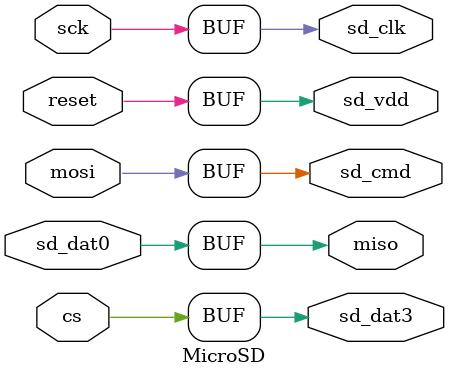
<source format=v>
module MicroSD (
    input   wire reset,
    input   wire sck,
    input   wire cs,
    input   wire mosi,
    output  wire miso,

    output  wire sd_vdd,
    output  wire sd_clk,
    output  wire sd_dat3,
    output  wire sd_cmd,
    input   wire sd_dat0
);

    assign sd_vdd = reset;
    assign sd_clk = sck;
    assign sd_dat3 = cs;
    assign sd_cmd = mosi;
    assign miso = sd_dat0;

endmodule

</source>
